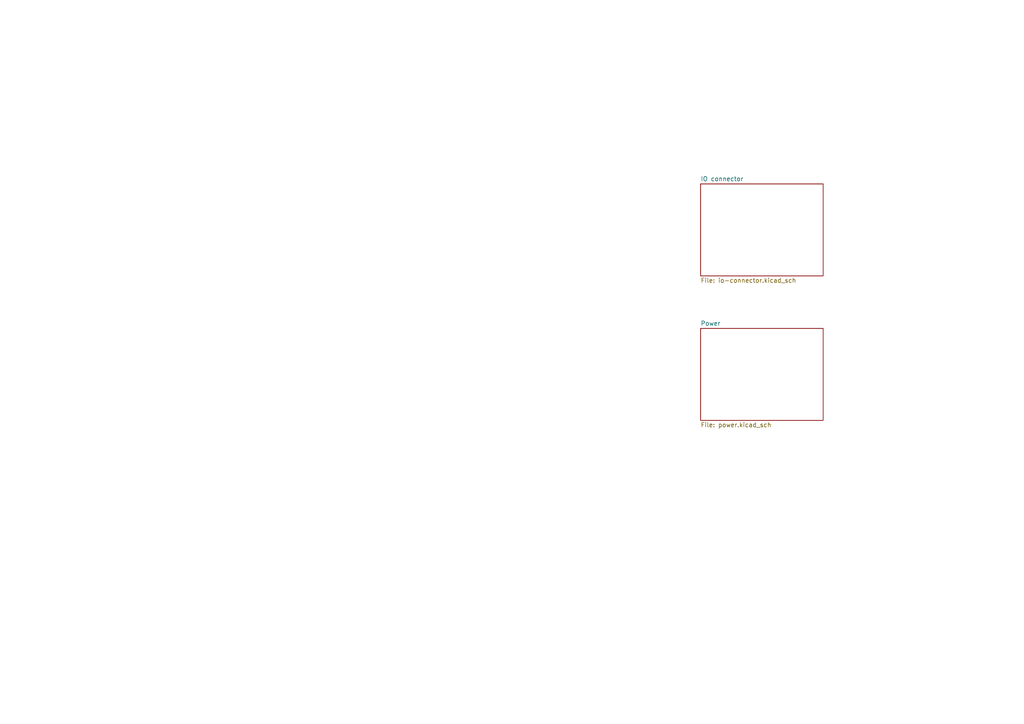
<source format=kicad_sch>
(kicad_sch
	(version 20231120)
	(generator "eeschema")
	(generator_version "8.0")
	(uuid "c5fd18a3-9aa0-4151-b6e0-94da3d606686")
	(paper "A4")
	(title_block
		(title "${Project Designation}")
		(date "2024-06-30")
		(rev "${Revision}")
		(comment 1 "${Project Title}")
		(comment 2 "POWER")
		(comment 3 "${Part Number}")
	)
	(lib_symbols)
	(sheet
		(at 203.2 53.34)
		(size 35.56 26.67)
		(fields_autoplaced yes)
		(stroke
			(width 0.1524)
			(type solid)
		)
		(fill
			(color 0 0 0 0.0000)
		)
		(uuid "18f7336f-a690-48df-b715-4238d1ad6e95")
		(property "Sheetname" "IO connector"
			(at 203.2 52.6284 0)
			(effects
				(font
					(size 1.27 1.27)
				)
				(justify left bottom)
			)
		)
		(property "Sheetfile" "io-connector.kicad_sch"
			(at 203.2 80.5946 0)
			(effects
				(font
					(size 1.27 1.27)
				)
				(justify left top)
			)
		)
		(instances
			(project "ecap5-bsom"
				(path "/c5fd18a3-9aa0-4151-b6e0-94da3d606686"
					(page "3")
				)
			)
		)
	)
	(sheet
		(at 203.2 95.25)
		(size 35.56 26.67)
		(fields_autoplaced yes)
		(stroke
			(width 0.1524)
			(type solid)
		)
		(fill
			(color 0 0 0 0.0000)
		)
		(uuid "75c84b0f-c428-4bdf-a9d0-2de4281daa69")
		(property "Sheetname" "Power"
			(at 203.2 94.5384 0)
			(effects
				(font
					(size 1.27 1.27)
				)
				(justify left bottom)
			)
		)
		(property "Sheetfile" "power.kicad_sch"
			(at 203.2 122.5046 0)
			(effects
				(font
					(size 1.27 1.27)
				)
				(justify left top)
			)
		)
		(instances
			(project "ecap5-bsom"
				(path "/c5fd18a3-9aa0-4151-b6e0-94da3d606686"
					(page "2")
				)
			)
		)
	)
	(sheet_instances
		(path "/"
			(page "1")
		)
	)
)

</source>
